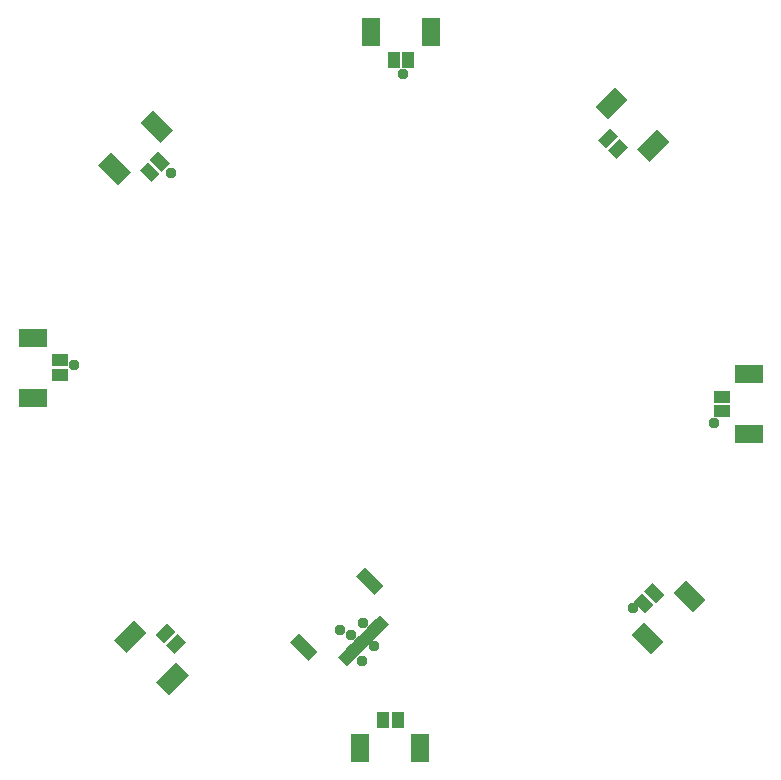
<source format=gbr>
G04 EAGLE Gerber RS-274X export*
G75*
%MOMM*%
%FSLAX34Y34*%
%LPD*%
%INSoldermask Top*%
%IPPOS*%
%AMOC8*
5,1,8,0,0,1.08239X$1,22.5*%
G01*
G04 Define Apertures*
%ADD10R,1.003200X1.403200*%
%ADD11R,1.503200X2.353200*%
%ADD12R,1.403200X1.003200*%
%ADD13R,2.353200X1.503200*%
%ADD14R,0.533400X1.092200*%
%ADD15R,2.260600X1.041400*%
%ADD16C,0.959600*%
D10*
G36*
X549031Y162696D02*
X556124Y169789D01*
X566045Y159868D01*
X558952Y152775D01*
X549031Y162696D01*
G37*
G36*
X557870Y171535D02*
X564963Y178628D01*
X574884Y168707D01*
X567791Y161614D01*
X557870Y171535D01*
G37*
D11*
G36*
X546697Y134624D02*
X557326Y145253D01*
X573965Y128614D01*
X563336Y117985D01*
X546697Y134624D01*
G37*
G36*
X582406Y170333D02*
X593035Y180962D01*
X609674Y164323D01*
X599045Y153694D01*
X582406Y170333D01*
G37*
D12*
X623570Y323850D03*
X623570Y336350D03*
D13*
X646520Y304850D03*
X646520Y355350D03*
D10*
G36*
X534548Y537615D02*
X527455Y544708D01*
X537376Y554629D01*
X544469Y547536D01*
X534548Y537615D01*
G37*
G36*
X525709Y546453D02*
X518616Y553546D01*
X528537Y563467D01*
X535630Y556374D01*
X525709Y546453D01*
G37*
D11*
G36*
X562620Y535281D02*
X551991Y545910D01*
X568630Y562549D01*
X579259Y551920D01*
X562620Y535281D01*
G37*
G36*
X526911Y570989D02*
X516282Y581618D01*
X532921Y598257D01*
X543550Y587628D01*
X526911Y570989D01*
G37*
D10*
X358140Y621647D03*
X345640Y621647D03*
D11*
X377140Y644597D03*
X326640Y644597D03*
D10*
G36*
X156454Y533899D02*
X149361Y526806D01*
X139440Y536727D01*
X146533Y543820D01*
X156454Y533899D01*
G37*
G36*
X147615Y525060D02*
X140522Y517967D01*
X130601Y527888D01*
X137694Y534981D01*
X147615Y525060D01*
G37*
D11*
G36*
X158788Y561971D02*
X148159Y551342D01*
X131520Y567981D01*
X142149Y578610D01*
X158788Y561971D01*
G37*
G36*
X123079Y526262D02*
X112450Y515633D01*
X95811Y532272D01*
X106440Y542901D01*
X123079Y526262D01*
G37*
D12*
X62910Y367030D03*
X62910Y354530D03*
D13*
X39960Y386030D03*
X39960Y335530D03*
D10*
G36*
X153820Y144403D02*
X160913Y137310D01*
X150992Y127389D01*
X143899Y134482D01*
X153820Y144403D01*
G37*
G36*
X162659Y135564D02*
X169752Y128471D01*
X159831Y118550D01*
X152738Y125643D01*
X162659Y135564D01*
G37*
D11*
G36*
X125748Y146737D02*
X136377Y136108D01*
X119738Y119469D01*
X109109Y130098D01*
X125748Y146737D01*
G37*
G36*
X161457Y111028D02*
X172086Y100399D01*
X155447Y83760D01*
X144818Y94389D01*
X161457Y111028D01*
G37*
D10*
X336550Y62130D03*
X349050Y62130D03*
D11*
X317550Y39180D03*
X368050Y39180D03*
D14*
G36*
X330114Y147514D02*
X333886Y151286D01*
X341608Y143564D01*
X337836Y139792D01*
X330114Y147514D01*
G37*
G36*
X326578Y143978D02*
X330350Y147750D01*
X338072Y140028D01*
X334300Y136256D01*
X326578Y143978D01*
G37*
G36*
X323043Y140443D02*
X326815Y144215D01*
X334537Y136493D01*
X330765Y132721D01*
X323043Y140443D01*
G37*
G36*
X319507Y136907D02*
X323279Y140679D01*
X331001Y132957D01*
X327229Y129185D01*
X319507Y136907D01*
G37*
G36*
X315972Y133372D02*
X319744Y137144D01*
X327466Y129422D01*
X323694Y125650D01*
X315972Y133372D01*
G37*
G36*
X312436Y129836D02*
X316208Y133608D01*
X323930Y125886D01*
X320158Y122114D01*
X312436Y129836D01*
G37*
G36*
X308901Y126301D02*
X312673Y130073D01*
X320395Y122351D01*
X316623Y118579D01*
X308901Y126301D01*
G37*
G36*
X305365Y122765D02*
X309137Y126537D01*
X316859Y118815D01*
X313087Y115043D01*
X305365Y122765D01*
G37*
G36*
X301830Y119230D02*
X305602Y123002D01*
X313324Y115280D01*
X309552Y111508D01*
X301830Y119230D01*
G37*
G36*
X298294Y115694D02*
X302066Y119466D01*
X309788Y111744D01*
X306016Y107972D01*
X298294Y115694D01*
G37*
D15*
G36*
X329741Y168336D02*
X313757Y184320D01*
X321121Y191684D01*
X337105Y175700D01*
X329741Y168336D01*
G37*
G36*
X273880Y112475D02*
X257896Y128459D01*
X265260Y135823D01*
X281244Y119839D01*
X273880Y112475D01*
G37*
D16*
X320040Y144780D03*
X74676Y362712D03*
X300228Y138684D03*
X156972Y525780D03*
X318516Y112776D03*
X548640Y156972D03*
X309372Y134112D03*
X617220Y313944D03*
X329184Y124968D03*
X353568Y609600D03*
M02*

</source>
